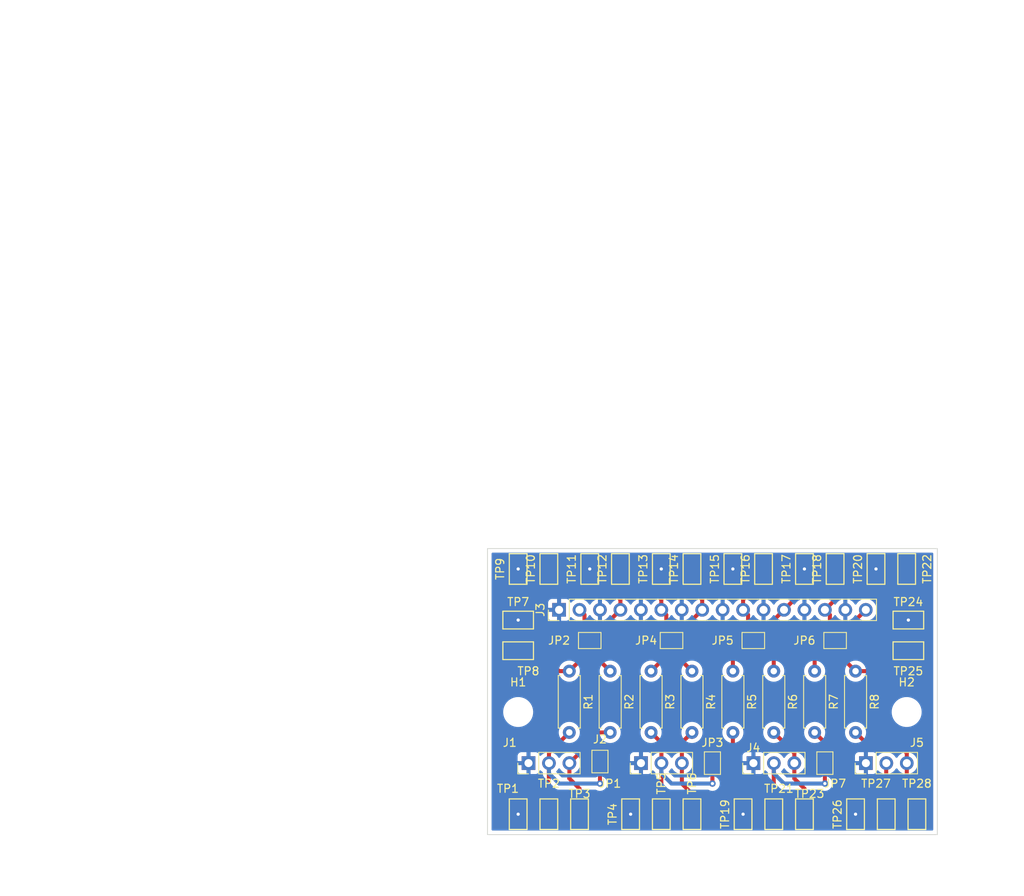
<source format=kicad_pcb>
(kicad_pcb (version 20211014) (generator pcbnew)
  (layers (0 "F.Cu" signal) (31 "B.Cu" signal) (34 "B.Paste" user) (35 "F.Paste" user) (36 "B.SilkS" user "B.Silkscreen") (37 "F.SilkS" user "F.Silkscreen") (38 "B.Mask" user) (39 "F.Mask" user) (44 "Edge.Cuts" user))
  (net 0 "")
  (net 1 "VCC")
  (net 2 "Net-(JP1-Pad2)")
  (net 3 "Net-(J1-Pad3)")
  (net 4 "Net-(J2-Pad2)")
  (net 5 "Net-(J2-Pad3)")
  (net 6 "Net-(J3-Pad2)")
  (net 7 "Net-(J4-Pad2)")
  (net 8 "Net-(J4-Pad3)")
  (net 9 "Net-(J5-Pad2)")
  (net 10 "Net-(J5-Pad3)")
  (net 11 "Net-(J3-Pad4)")
  (net 12 "Net-(J3-Pad6)")
  (net 13 "Net-(J3-Pad8)")
  (net 14 "Net-(J3-Pad10)")
  (net 15 "Net-(J3-Pad12)")
  (net 16 "Net-(J3-Pad14)")
  (net 17 "Net-(J3-Pad16)")
  (footprint "Resistor_THT:R_Axial_DIN0207_L6.3mm_D2.5mm_P7.62mm_Horizontal" (layer "F.Cu") (at 157.48 90.17 -90)
    (fp_text reference "R7" (at 3.81 -2.37 90) (layer "F.SilkS"))
    (fp_text value " ")
    (fp_line (start 0.54 -1.37) (end 7.08 -1.37) (layer "F.SilkS") (width 0.12))
    (fp_line (start 0.54 -1.04) (end 0.54 -1.37) (layer "F.SilkS") (width 0.12))
    (fp_line (start 0.54 1.04) (end 0.54 1.37) (layer "F.SilkS") (width 0.12))
    (fp_line (start 0.54 1.37) (end 7.08 1.37) (layer "F.SilkS") (width 0.12))
    (fp_line (start 7.08 -1.37) (end 7.08 -1.04) (layer "F.SilkS") (width 0.12))
    (fp_line (start 7.08 1.37) (end 7.08 1.04) (layer "F.SilkS") (width 0.12))
    (pad "1" thru_hole circle (at 0 0 270) (size 1.6 1.6) (drill 0.8) (layers *.Cu *.Mask) (net 16 "Net-(J3-Pad14)"))
    (pad "2" thru_hole oval (at 7.62 0 270) (size 1.6 1.6) (drill 0.8) (layers *.Cu *.Mask) (net 9 "Net-(J5-Pad2)"))
  )
  (footprint "TestPoint:TestPoint_Keystone_5015_Micro-Minature" (layer "F.Cu") (at 120.65 107.95 90)
    (fp_text reference "TP1" (at 3.175 -1.27 180) (layer "F.SilkS"))
    (fp_text value " ")
    (fp_line (start 1.9 1.1) (end -1.9 1.1) (layer "F.SilkS") (width 0.15))
    (fp_line (start -1.9 -1.1) (end 1.9 -1.1) (layer "F.SilkS") (width 0.15))
    (fp_line (start -1.9 1.1) (end -1.9 -1.1) (layer "F.SilkS") (width 0.15))
    (fp_line (start 1.9 -1.1) (end 1.9 1.1) (layer "F.SilkS") (width 0.15))
    (pad "1" smd rect (at 0 0 90) (size 3.4 1.8) (layers "F.Cu" "F.Paste" "F.Mask") (net 1 "VCC"))
  )
  (footprint "Jumper:SolderJumper-2_P1.3mm_Open_Pad1.0x1.5mm" (layer "F.Cu") (at 158.75 101.6 -90)
    (fp_text reference "JP7" (at 2.54 -1.27 -180) (layer "F.SilkS"))
    (fp_text value " ")
    (fp_line (start 1.4 -1) (end 1.4 1) (layer "F.SilkS") (width 0.12))
    (fp_line (start -1.4 -1) (end 1.4 -1) (layer "F.SilkS") (width 0.12))
    (fp_line (start 1.4 1) (end -1.4 1) (layer "F.SilkS") (width 0.12))
    (fp_line (start -1.4 1) (end -1.4 -1) (layer "F.SilkS") (width 0.12))
    (pad "1" smd rect (at -0.65 0 270) (size 1 1.5) (layers "F.Cu" "F.Mask") (net 9 "Net-(J5-Pad2)"))
    (pad "2" smd rect (at 0.65 0 270) (size 1 1.5) (layers "F.Cu" "F.Mask") (net 7 "Net-(J4-Pad2)"))
  )
  (footprint "TestPoint:TestPoint_Keystone_5015_Micro-Minature" (layer "F.Cu") (at 165.1 77.47 90)
    (fp_text reference "TP20" (at 0 -2.25 90) (layer "F.SilkS"))
    (fp_text value " ")
    (fp_line (start -1.9 -1.1) (end 1.9 -1.1) (layer "F.SilkS") (width 0.15))
    (fp_line (start -1.9 1.1) (end -1.9 -1.1) (layer "F.SilkS") (width 0.15))
    (fp_line (start 1.9 1.1) (end -1.9 1.1) (layer "F.SilkS") (width 0.15))
    (fp_line (start 1.9 -1.1) (end 1.9 1.1) (layer "F.SilkS") (width 0.15))
    (pad "1" smd rect (at 0 0 90) (size 3.4 1.8) (layers "F.Cu" "F.Paste" "F.Mask") (net 1 "VCC"))
  )
  (footprint "TestPoint:TestPoint_Keystone_5015_Micro-Minature" (layer "F.Cu") (at 160.02 77.47 90)
    (fp_text reference "TP18" (at 0 -2.25 90) (layer "F.SilkS"))
    (fp_text value " ")
    (fp_line (start 1.9 -1.1) (end 1.9 1.1) (layer "F.SilkS") (width 0.15))
    (fp_line (start -1.9 -1.1) (end 1.9 -1.1) (layer "F.SilkS") (width 0.15))
    (fp_line (start -1.9 1.1) (end -1.9 -1.1) (layer "F.SilkS") (width 0.15))
    (fp_line (start 1.9 1.1) (end -1.9 1.1) (layer "F.SilkS") (width 0.15))
    (pad "1" smd rect (at 0 0 90) (size 3.4 1.8) (layers "F.Cu" "F.Paste" "F.Mask") (net 15 "Net-(J3-Pad12)"))
  )
  (footprint "TestPoint:TestPoint_Keystone_5015_Micro-Minature" (layer "F.Cu") (at 124.46 107.95 90)
    (fp_text reference "TP2" (at 3.81 0 180) (layer "F.SilkS"))
    (fp_text value " ")
    (fp_line (start 1.9 -1.1) (end 1.9 1.1) (layer "F.SilkS") (width 0.15))
    (fp_line (start -1.9 1.1) (end -1.9 -1.1) (layer "F.SilkS") (width 0.15))
    (fp_line (start 1.9 1.1) (end -1.9 1.1) (layer "F.SilkS") (width 0.15))
    (fp_line (start -1.9 -1.1) (end 1.9 -1.1) (layer "F.SilkS") (width 0.15))
    (pad "1" smd rect (at 0 0 90) (size 3.4 1.8) (layers "F.Cu" "F.Paste" "F.Mask") (net 2 "Net-(JP1-Pad2)"))
  )
  (footprint "TestPoint:TestPoint_Keystone_5015_Micro-Minature" (layer "F.Cu") (at 148.59 107.95 90)
    (fp_text reference "TP19" (at 0 -2.25 90) (layer "F.SilkS"))
    (fp_text value " ")
    (fp_line (start -1.9 1.1) (end -1.9 -1.1) (layer "F.SilkS") (width 0.15))
    (fp_line (start 1.9 -1.1) (end 1.9 1.1) (layer "F.SilkS") (width 0.15))
    (fp_line (start -1.9 -1.1) (end 1.9 -1.1) (layer "F.SilkS") (width 0.15))
    (fp_line (start 1.9 1.1) (end -1.9 1.1) (layer "F.SilkS") (width 0.15))
    (pad "1" smd rect (at 0 0 90) (size 3.4 1.8) (layers "F.Cu" "F.Paste" "F.Mask") (net 1 "VCC"))
  )
  (footprint "TestPoint:TestPoint_Keystone_5015_Micro-Minature" (layer "F.Cu") (at 166.37 107.95 90)
    (fp_text reference "TP27" (at 3.81 -1.27 180) (layer "F.SilkS"))
    (fp_text value " ")
    (fp_line (start -1.9 1.1) (end -1.9 -1.1) (layer "F.SilkS") (width 0.15))
    (fp_line (start 1.9 -1.1) (end 1.9 1.1) (layer "F.SilkS") (width 0.15))
    (fp_line (start -1.9 -1.1) (end 1.9 -1.1) (layer "F.SilkS") (width 0.15))
    (fp_line (start 1.9 1.1) (end -1.9 1.1) (layer "F.SilkS") (width 0.15))
    (pad "1" smd rect (at 0 0 90) (size 3.4 1.8) (layers "F.Cu" "F.Paste" "F.Mask") (net 9 "Net-(J5-Pad2)"))
  )
  (footprint "TestPoint:TestPoint_Keystone_5015_Micro-Minature" (layer "F.Cu") (at 156.21 77.47 90)
    (fp_text reference "TP17" (at 0 -2.25 90) (layer "F.SilkS"))
    (fp_text value " ")
    (fp_line (start 1.9 1.1) (end -1.9 1.1) (layer "F.SilkS") (width 0.15))
    (fp_line (start 1.9 -1.1) (end 1.9 1.1) (layer "F.SilkS") (width 0.15))
    (fp_line (start -1.9 1.1) (end -1.9 -1.1) (layer "F.SilkS") (width 0.15))
    (fp_line (start -1.9 -1.1) (end 1.9 -1.1) (layer "F.SilkS") (width 0.15))
    (pad "1" smd rect (at 0 0 90) (size 3.4 1.8) (layers "F.Cu" "F.Paste" "F.Mask") (net 1 "VCC"))
  )
  (footprint "Resistor_THT:R_Axial_DIN0207_L6.3mm_D2.5mm_P7.62mm_Horizontal" (layer "F.Cu") (at 137.16 90.17 -90)
    (fp_text reference "R3" (at 3.81 -2.37 90) (layer "F.SilkS"))
    (fp_text value " ")
    (fp_line (start 0.54 1.37) (end 7.08 1.37) (layer "F.SilkS") (width 0.12))
    (fp_line (start 7.08 1.37) (end 7.08 1.04) (layer "F.SilkS") (width 0.12))
    (fp_line (start 0.54 -1.37) (end 7.08 -1.37) (layer "F.SilkS") (width 0.12))
    (fp_line (start 0.54 -1.04) (end 0.54 -1.37) (layer "F.SilkS") (width 0.12))
    (fp_line (start 0.54 1.04) (end 0.54 1.37) (layer "F.SilkS") (width 0.12))
    (fp_line (start 7.08 -1.37) (end 7.08 -1.04) (layer "F.SilkS") (width 0.12))
    (pad "1" thru_hole circle (at 0 0 270) (size 1.6 1.6) (drill 0.8) (layers *.Cu *.Mask) (net 12 "Net-(J3-Pad6)"))
    (pad "2" thru_hole oval (at 7.62 0 270) (size 1.6 1.6) (drill 0.8) (layers *.Cu *.Mask) (net 4 "Net-(J2-Pad2)"))
  )
  (footprint "Connector_PinHeader_2.54mm:PinHeader_1x03_P2.54mm_Vertical" (layer "F.Cu") (at 121.935 101.6 90)
    (fp_text reference "J1" (at 2.54 -2.33 180) (layer "F.SilkS"))
    (fp_text value " ")
    (fp_line (start -1.33 1.27) (end 1.33 1.27) (layer "F.SilkS") (width 0.12))
    (fp_line (start -1.33 0) (end -1.33 -1.33) (layer "F.SilkS") (width 0.12))
    (fp_line (start -1.33 6.41) (end 1.33 6.41) (layer "F.SilkS") (width 0.12))
    (fp_line (start 1.33 1.27) (end 1.33 6.41) (layer "F.SilkS") (width 0.12))
    (fp_line (start -1.33 1.27) (end -1.33 6.41) (layer "F.SilkS") (width 0.12))
    (fp_line (start -1.33 -1.33) (end 0 -1.33) (layer "F.SilkS") (width 0.12))
    (pad "1" thru_hole rect (at 0 0 90) (size 1.7 1.7) (drill 1) (layers *.Cu *.Mask) (net 1 "VCC"))
    (pad "2" thru_hole oval (at 0 2.54 90) (size 1.7 1.7) (drill 1) (layers *.Cu *.Mask) (net 2 "Net-(JP1-Pad2)"))
    (pad "3" thru_hole oval (at 0 5.08 90) (size 1.7 1.7) (drill 1) (layers *.Cu *.Mask) (net 3 "Net-(J1-Pad3)"))
  )
  (footprint "Jumper:SolderJumper-2_P1.3mm_Open_Pad1.0x1.5mm" (layer "F.Cu") (at 149.86 86.36)
    (fp_text reference "JP5" (at -3.81 0) (layer "F.SilkS"))
    (fp_text value " ")
    (fp_line (start -1.4 -1) (end 1.4 -1) (layer "F.SilkS") (width 0.12))
    (fp_line (start 1.4 -1) (end 1.4 1) (layer "F.SilkS") (width 0.12))
    (fp_line (start 1.4 1) (end -1.4 1) (layer "F.SilkS") (width 0.12))
    (fp_line (start -1.4 1) (end -1.4 -1) (layer "F.SilkS") (width 0.12))
    (pad "1" smd rect (at -0.65 0) (size 1 1.5) (layers "F.Cu" "F.Mask") (net 14 "Net-(J3-Pad10)"))
    (pad "2" smd rect (at 0.65 0) (size 1 1.5) (layers "F.Cu" "F.Mask") (net 15 "Net-(J3-Pad12)"))
  )
  (footprint "TestPoint:TestPoint_Keystone_5015_Micro-Minature" (layer "F.Cu") (at 162.56 107.95 90)
    (fp_text reference "TP26" (at 0 -2.25 90) (layer "F.SilkS"))
    (fp_text value " ")
    (fp_line (start -1.9 -1.1) (end 1.9 -1.1) (layer "F.SilkS") (width 0.15))
    (fp_line (start 1.9 -1.1) (end 1.9 1.1) (layer "F.SilkS") (width 0.15))
    (fp_line (start 1.9 1.1) (end -1.9 1.1) (layer "F.SilkS") (width 0.15))
    (fp_line (start -1.9 1.1) (end -1.9 -1.1) (layer "F.SilkS") (width 0.15))
    (pad "1" smd rect (at 0 0 90) (size 3.4 1.8) (layers "F.Cu" "F.Paste" "F.Mask") (net 1 "VCC"))
  )
  (footprint "TestPoint:TestPoint_Keystone_5015_Micro-Minature" (layer "F.Cu") (at 133.35 77.47 90)
    (fp_text reference "TP12" (at 0 -2.25 90) (layer "F.SilkS"))
    (fp_text value " ")
    (fp_line (start -1.9 -1.1) (end 1.9 -1.1) (layer "F.SilkS") (width 0.15))
    (fp_line (start -1.9 1.1) (end -1.9 -1.1) (layer "F.SilkS") (width 0.15))
    (fp_line (start 1.9 -1.1) (end 1.9 1.1) (layer "F.SilkS") (width 0.15))
    (fp_line (start 1.9 1.1) (end -1.9 1.1) (layer "F.SilkS") (width 0.15))
    (pad "1" smd rect (at 0 0 90) (size 3.4 1.8) (layers "F.Cu" "F.Paste" "F.Mask") (net 12 "Net-(J3-Pad6)"))
  )
  (footprint "Jumper:SolderJumper-2_P1.3mm_Open_Pad1.0x1.5mm" (layer "F.Cu") (at 144.78 101.6 -90)
    (fp_text reference "JP3" (at -2.54 0 180) (layer "F.SilkS"))
    (fp_text value " ")
    (fp_line (start -1.4 -1) (end 1.4 -1) (layer "F.SilkS") (width 0.12))
    (fp_line (start -1.4 1) (end -1.4 -1) (layer "F.SilkS") (width 0.12))
    (fp_line (start 1.4 1) (end -1.4 1) (layer "F.SilkS") (width 0.12))
    (fp_line (start 1.4 -1) (end 1.4 1) (layer "F.SilkS") (width 0.12))
    (pad "1" smd rect (at -0.65 0 270) (size 1 1.5) (layers "F.Cu" "F.Mask") (net 7 "Net-(J4-Pad2)"))
    (pad "2" smd rect (at 0.65 0 270) (size 1 1.5) (layers "F.Cu" "F.Mask") (net 4 "Net-(J2-Pad2)"))
  )
  (footprint "Jumper:SolderJumper-2_P1.3mm_Open_Pad1.0x1.5mm" (layer "F.Cu") (at 139.7 86.36)
    (fp_text reference "JP4" (at -3.16 0) (layer "F.SilkS"))
    (fp_text value " ")
    (fp_line (start -1.4 -1) (end 1.4 -1) (layer "F.SilkS") (width 0.12))
    (fp_line (start -1.4 1) (end -1.4 -1) (layer "F.SilkS") (width 0.12))
    (fp_line (start 1.4 -1) (end 1.4 1) (layer "F.SilkS") (width 0.12))
    (fp_line (start 1.4 1) (end -1.4 1) (layer "F.SilkS") (width 0.12))
    (pad "1" smd rect (at -0.65 0) (size 1 1.5) (layers "F.Cu" "F.Mask") (net 12 "Net-(J3-Pad6)"))
    (pad "2" smd rect (at 0.65 0) (size 1 1.5) (layers "F.Cu" "F.Mask") (net 13 "Net-(J3-Pad8)"))
  )
  (footprint "Jumper:SolderJumper-2_P1.3mm_Open_Pad1.0x1.5mm" (layer "F.Cu") (at 130.81 101.405 -90)
    (fp_text reference "JP1" (at 2.735 -1.27 -180) (layer "F.SilkS"))
    (fp_text value " ")
    (fp_line (start 1.4 -1) (end 1.4 1) (layer "F.SilkS") (width 0.12))
    (fp_line (start -1.4 -1) (end 1.4 -1) (layer "F.SilkS") (width 0.12))
    (fp_line (start 1.4 1) (end -1.4 1) (layer "F.SilkS") (width 0.12))
    (fp_line (start -1.4 1) (end -1.4 -1) (layer "F.SilkS") (width 0.12))
    (pad "1" smd rect (at -0.65 0 270) (size 1 1.5) (layers "F.Cu" "F.Mask") (net 4 "Net-(J2-Pad2)"))
    (pad "2" smd rect (at 0.65 0 270) (size 1 1.5) (layers "F.Cu" "F.Mask") (net 2 "Net-(JP1-Pad2)"))
  )
  (footprint "TestPoint:TestPoint_Keystone_5015_Micro-Minature" (layer "F.Cu") (at 169.12 87.63)
    (fp_text reference "TP25" (at 0 2.54) (layer "F.SilkS"))
    (fp_text value " ")
    (fp_line (start 1.9 -1.1) (end 1.9 1.1) (layer "F.SilkS") (width 0.15))
    (fp_line (start -1.9 -1.1) (end 1.9 -1.1) (layer "F.SilkS") (width 0.15))
    (fp_line (start -1.9 1.1) (end -1.9 -1.1) (layer "F.SilkS") (width 0.15))
    (fp_line (start 1.9 1.1) (end -1.9 1.1) (layer "F.SilkS") (width 0.15))
    (pad "1" smd rect (at 0 0) (size 3.4 1.8) (layers "F.Cu" "F.Paste" "F.Mask") (net 17 "Net-(J3-Pad16)"))
  )
  (footprint "Resistor_THT:R_Axial_DIN0207_L6.3mm_D2.5mm_P7.62mm_Horizontal" (layer "F.Cu") (at 127 90.17 -90)
    (fp_text reference "R1" (at 3.81 -2.37 90) (layer "F.SilkS"))
    (fp_text value " ")
    (fp_line (start 0.54 -1.37) (end 7.08 -1.37) (layer "F.SilkS") (width 0.12))
    (fp_line (start 0.54 -1.04) (end 0.54 -1.37) (layer "F.SilkS") (width 0.12))
    (fp_line (start 0.54 1.04) (end 0.54 1.37) (layer "F.SilkS") (width 0.12))
    (fp_line (start 7.08 -1.37) (end 7.08 -1.04) (layer "F.SilkS") (width 0.12))
    (fp_line (start 0.54 1.37) (end 7.08 1.37) (layer "F.SilkS") (width 0.12))
    (fp_line (start 7.08 1.37) (end 7.08 1.04) (layer "F.SilkS") (width 0.12))
    (pad "1" thru_hole circle (at 0 0 270) (size 1.6 1.6) (drill 0.8) (layers *.Cu *.Mask) (net 6 "Net-(J3-Pad2)"))
    (pad "2" thru_hole oval (at 7.62 0 270) (size 1.6 1.6) (drill 0.8) (layers *.Cu *.Mask) (net 2 "Net-(JP1-Pad2)"))
  )
  (footprint "TestPoint:TestPoint_Keystone_5015_Micro-Minature" (layer "F.Cu") (at 152.4 107.95 90)
    (fp_text reference "TP21" (at 3.175 0.635 180) (layer "F.SilkS"))
    (fp_text value " ")
    (fp_line (start 1.9 1.1) (end -1.9 1.1) (layer "F.SilkS") (width 0.15))
    (fp_line (start -1.9 -1.1) (end 1.9 -1.1) (layer "F.SilkS") (width 0.15))
    (fp_line (start -1.9 1.1) (end -1.9 -1.1) (layer "F.SilkS") (width 0.15))
    (fp_line (start 1.9 -1.1) (end 1.9 1.1) (layer "F.SilkS") (width 0.15))
    (pad "1" smd rect (at 0 0 90) (size 3.4 1.8) (layers "F.Cu" "F.Paste" "F.Mask") (net 7 "Net-(J4-Pad2)"))
  )
  (footprint "TestPoint:TestPoint_Keystone_5015_Micro-Minature" (layer "F.Cu") (at 120.65 83.82)
    (fp_text reference "TP7" (at 0 -2.25) (layer "F.SilkS"))
    (fp_text value " ")
    (fp_line (start 1.9 1.1) (end -1.9 1.1) (layer "F.SilkS") (width 0.15))
    (fp_line (start 1.9 -1.1) (end 1.9 1.1) (layer "F.SilkS") (width 0.15))
    (fp_line (start -1.9 -1.1) (end 1.9 -1.1) (layer "F.SilkS") (width 0.15))
    (fp_line (start -1.9 1.1) (end -1.9 -1.1) (layer "F.SilkS") (width 0.15))
    (pad "1" smd rect (at 0 0) (size 3.4 1.8) (layers "F.Cu" "F.Paste" "F.Mask") (net 1 "VCC"))
  )
  (footprint "TestPoint:TestPoint_Keystone_5015_Micro-Minature" (layer "F.Cu") (at 129.54 77.47 90)
    (fp_text reference "TP11" (at 0 -2.25 90) (layer "F.SilkS"))
    (fp_text value " ")
    (fp_line (start 1.9 -1.1) (end 1.9 1.1) (layer "F.SilkS") (width 0.15))
    (fp_line (start -1.9 1.1) (end -1.9 -1.1) (layer "F.SilkS") (width 0.15))
    (fp_line (start 1.9 1.1) (end -1.9 1.1) (layer "F.SilkS") (width 0.15))
    (fp_line (start -1.9 -1.1) (end 1.9 -1.1) (layer "F.SilkS") (width 0.15))
    (pad "1" smd rect (at 0 0 90) (size 3.4 1.8) (layers "F.Cu" "F.Paste" "F.Mask") (net 1 "VCC"))
  )
  (footprint "TestPoint:TestPoint_Keystone_5015_Micro-Minature" (layer "F.Cu") (at 134.62 107.95 90)
    (fp_text reference "TP4" (at 0 -2.25 90) (layer "F.SilkS"))
    (fp_text value " ")
    (fp_line (start 1.9 -1.1) (end 1.9 1.1) (layer "F.SilkS") (width 0.15))
    (fp_line (start 1.9 1.1) (end -1.9 1.1) (layer "F.SilkS") (width 0.15))
    (fp_line (start -1.9 -1.1) (end 1.9 -1.1) (layer "F.SilkS") (width 0.15))
    (fp_line (start -1.9 1.1) (end -1.9 -1.1) (layer "F.SilkS") (width 0.15))
    (pad "1" smd rect (at 0 0 90) (size 3.4 1.8) (layers "F.Cu" "F.Paste" "F.Mask") (net 1 "VCC"))
  )
  (footprint "TestPoint:TestPoint_Keystone_5015_Micro-Minature" (layer "F.Cu") (at 169.12 83.82)
    (fp_text reference "TP24" (at 0 -2.25) (layer "F.SilkS"))
    (fp_text value " ")
    (fp_line (start -1.9 -1.1) (end 1.9 -1.1) (layer "F.SilkS") (width 0.15))
    (fp_line (start 1.9 1.1) (end -1.9 1.1) (layer "F.SilkS") (width 0.15))
    (fp_line (start -1.9 1.1) (end -1.9 -1.1) (layer "F.SilkS") (width 0.15))
    (fp_line (start 1.9 -1.1) (end 1.9 1.1) (layer "F.SilkS") (width 0.15))
    (pad "1" smd rect (at 0 0) (size 3.4 1.8) (layers "F.Cu" "F.Paste" "F.Mask") (net 1 "VCC"))
  )
  (footprint "Connector_PinHeader_2.54mm:PinHeader_1x03_P2.54mm_Vertical" (layer "F.Cu") (at 149.875 101.6 90)
    (fp_text reference "J4" (at 1.905 -0.015 180) (layer "F.SilkS"))
    (fp_text value " ")
    (fp_line (start -1.33 1.27) (end -1.33 6.41) (layer "F.SilkS") (width 0.12))
    (fp_line (start -1.33 -1.33) (end 0 -1.33) (layer "F.SilkS") (width 0.12))
    (fp_line (start -1.33 1.27) (end 1.33 1.27) (layer "F.SilkS") (width 0.12))
    (fp_line (start 1.33 1.27) (end 1.33 6.41) (layer "F.SilkS") (width 0.12))
    (fp_line (start -1.33 0) (end -1.33 -1.33) (layer "F.SilkS") (width 0.12))
    (fp_line (start -1.33 6.41) (end 1.33 6.41) (layer "F.SilkS") (width 0.12))
    (pad "1" thru_hole rect (at 0 0 90) (size 1.7 1.7) (drill 1) (layers *.Cu *.Mask) (net 1 "VCC"))
    (pad "2" thru_hole oval (at 0 2.54 90) (size 1.7 1.7) (drill 1) (layers *.Cu *.Mask) (net 7 "Net-(J4-Pad2)"))
    (pad "3" thru_hole oval (at 0 5.08 90) (size 1.7 1.7) (drill 1) (layers *.Cu *.Mask) (net 8 "Net-(J4-Pad3)"))
  )
  (footprint "Jumper:SolderJumper-2_P1.3mm_Open_Pad1.0x1.5mm" (layer "F.Cu") (at 129.54 86.36)
    (fp_text reference "JP2" (at -3.81 0) (layer "F.SilkS"))
    (fp_text value " ")
    (fp_line (start -1.4 -1) (end 1.4 -1) (layer "F.SilkS") (width 0.12))
    (fp_line (start 1.4 -1) (end 1.4 1) (layer "F.SilkS") (width 0.12))
    (fp_line (start 1.4 1) (end -1.4 1) (layer "F.SilkS") (width 0.12))
    (fp_line (start -1.4 1) (end -1.4 -1) (layer "F.SilkS") (width 0.12))
    (pad "1" smd rect (at -0.65 0) (size 1 1.5) (layers "F.Cu" "F.Mask") (net 6 "Net-(J3-Pad2)"))
    (pad "2" smd rect (at 0.65 0) (size 1 1.5) (layers "F.Cu" "F.Mask") (net 11 "Net-(J3-Pad4)"))
  )
  (footprint "TestPoint:TestPoint_Keystone_5015_Micro-Minature" (layer "F.Cu") (at 151.13 77.47 90)
    (fp_text reference "TP16" (at 0 -2.25 90) (layer "F.SilkS"))
    (fp_text value " ")
    (fp_line (start -1.9 1.1) (end -1.9 -1.1) (layer "F.SilkS") (width 0.15))
    (fp_line (start 1.9 -1.1) (end 1.9 1.1) (layer "F.SilkS") (width 0.15))
    (fp_line (start -1.9 -1.1) (end 1.9 -1.1) (layer "F.SilkS") (width 0.15))
    (fp_line (start 1.9 1.1) (end -1.9 1.1) (layer "F.SilkS") (width 0.15))
    (pad "1" smd rect (at 0 0 90) (size 3.4 1.8) (layers "F.Cu" "F.Paste" "F.Mask") (net 14 "Net-(J3-Pad10)"))
  )
  (footprint "MountingHole:MountingHole_2.7mm_M2.5" (layer "F.Cu") (at 120.65 95.25)
    (fp_text reference "H1" (at 0 -3.7) (layer "F.SilkS"))
    (fp_text value " ")
    (pad "" np_thru_hole circle (at 0 0) (size 2.7 2.7) (drill 2.7) (layers *.Cu *.Mask))
  )
  (footprint "TestPoint:TestPoint_Keystone_5015_Micro-Minature" (layer "F.Cu") (at 168.91 77.47 90)
    (fp_text reference "TP22" (at 0 2.54 90) (layer "F.SilkS"))
    (fp_text value " ")
    (fp_line (start -1.9 -1.1) (end 1.9 -1.1) (layer "F.SilkS") (width 0.15))
    (fp_line (start 1.9 1.1) (end -1.9 1.1) (layer "F.SilkS") (width 0.15))
    (fp_line (start -1.9 1.1) (end -1.9 -1.1) (layer "F.SilkS") (width 0.15))
    (fp_line (start 1.9 -1.1) (end 1.9 1.1) (layer "F.SilkS") (width 0.15))
    (pad "1" smd rect (at 0 0 90) (size 3.4 1.8) (layers "F.Cu" "F.Paste" "F.Mask") (net 16 "Net-(J3-Pad14)"))
  )
  (footprint "TestPoint:TestPoint_Keystone_5015_Micro-Minature" (layer "F.Cu") (at 138.43 77.47 90)
    (fp_text reference "TP13" (at 0 -2.25 90) (layer "F.SilkS"))
    (fp_text value " ")
    (fp_line (start -1.9 1.1) (end -1.9 -1.1) (layer "F.SilkS") (width 0.15))
    (fp_line (start -1.9 -1.1) (end 1.9 -1.1) (layer "F.SilkS") (width 0.15))
    (fp_line (start 1.9 1.1) (end -1.9 1.1) (layer "F.SilkS") (width 0.15))
    (fp_line (start 1.9 -1.1) (end 1.9 1.1) (layer "F.SilkS") (width 0.15))
    (pad "1" smd rect (at 0 0 90) (size 3.4 1.8) (layers "F.Cu" "F.Paste" "F.Mask") (net 1 "VCC"))
  )
  (footprint "TestPoint:TestPoint_Keystone_5015_Micro-Minature" (layer "F.Cu") (at 120.65 87.63)
    (fp_text reference "TP8" (at 1.27 2.54) (layer "F.SilkS"))
    (fp_text value " ")
    (fp_line (start 1.9 1.1) (end -1.9 1.1) (layer "F.SilkS") (width 0.15))
    (fp_line (start -1.9 -1.1) (end 1.9 -1.1) (layer "F.SilkS") (width 0.15))
    (fp_line (start 1.9 -1.1) (end 1.9 1.1) (layer "F.SilkS") (width 0.15))
    (fp_line (start -1.9 1.1) (end -1.9 -1.1) (layer "F.SilkS") (width 0.15))
    (pad "1" smd rect (at 0 0) (size 3.4 1.8) (layers "F.Cu" "F.Paste" "F.Mask") (net 6 "Net-(J3-Pad2)"))
  )
  (footprint "Resistor_THT:R_Axial_DIN0207_L6.3mm_D2.5mm_P7.62mm_Horizontal" (layer "F.Cu") (at 132.08 90.17 -90)
    (fp_text reference "R2" (at 3.81 -2.37 90) (layer "F.SilkS"))
    (fp_text value " ")
    (fp_line (start 0.54 1.37) (end 7.08 1.37) (layer "F.SilkS") (width 0.12))
    (fp_line (start 0.54 1.04) (end 0.54 1.37) (layer "F.SilkS") (width 0.12))
    (fp_line (start 0.54 -1.04) (end 0.54 -1.37) (layer "F.SilkS") (width 0.12))
    (fp_line (start 7.08 1.37) (end 7.08 1.04) (layer "F.SilkS") (width 0.12))
    (fp_line (start 7.08 -1.37) (end 7.08 -1.04) (layer "F.SilkS") (width 0.12))
    (fp_line (start 0.54 -1.37) (end 7.08 -1.37) (layer "F.SilkS") (width 0.12))
    (pad "1" thru_hole circle (at 0 0 270) (size 1.6 1.6) (drill 0.8) (layers *.Cu *.Mask) (net 11 "Net-(J3-Pad4)"))
    (pad "2" thru_hole oval (at 7.62 0 270) (size 1.6 1.6) (drill 0.8) (layers *.Cu *.Mask) (net 3 "Net-(J1-Pad3)"))
  )
  (footprint "Connector_PinHeader_2.54mm:PinHeader_1x03_P2.54mm_Vertical" (layer "F.Cu") (at 135.905 101.6 90)
    (fp_text reference "J2" (at 2.96 -5.095 180) (layer "F.SilkS"))
    (fp_text value " ")
    (fp_line (start -1.33 0) (end -1.33 -1.33) (layer "F.SilkS") (width 0.12))
    (fp_line (start -1.33 -1.33) (end 0 -1.33) (layer "F.SilkS") (width 0.12))
    (fp_line (start 1.33 1.27) (end 1.33 6.41) (layer "F.SilkS") (width 0.12))
    (fp_line (start -1.33 1.27) (end -1.33 6.41) (layer "F.SilkS") (width 0.12))
    (fp_line (start -1.33 6.41) (end 1.33 6.41) (layer "F.SilkS") (width 0.12))
    (fp_line (start -1.33 1.27) (end 1.33 1.27) (layer "F.SilkS") (width 0.12))
    (pad "1" thru_hole rect (at 0 0 90) (size 1.7 1.7) (drill 1) (layers *.Cu *.Mask) (net 1 "VCC"))
    (pad "2" thru_hole oval (at 0 2.54 90) (size 1.7 1.7) (drill 1) (layers *.Cu *.Mask) (net 4 "Net-(J2-Pad2)"))
    (pad "3" thru_hole oval (at 0 5.08 90) (size 1.7 1.7) (drill 1) (layers *.Cu *.Mask) (net 5 "Net-(J2-Pad3)"))
  )
  (footprint "Resistor_THT:R_Axial_DIN0207_L6.3mm_D2.5mm_P7.62mm_Horizontal" (layer "F.Cu") (at 162.56 90.17 -90)
    (fp_text reference "R8" (at 3.81 -2.37 90) (layer "F.SilkS"))
    (fp_text value " ")
    (fp_line (start 0.54 1.37) (end 7.08 1.37) (layer "F.SilkS") (width 0.12))
    (fp_line (start 0.54 -1.37) (end 7.08 -1.37) (layer "F.SilkS") (width 0.12))
    (fp_line (start 0.54 -1.04) (end 0.54 -1.37) (layer "F.SilkS") (width 0.12))
    (fp_line (start 7.08 -1.37) (end 7.08 -1.04) (layer "F.SilkS") (width 0.12))
    (fp_line (start 0.54 1.04) (end 0.54 1.37) (layer "F.SilkS") (width 0.12))
    (fp_line (start 7.08 1.37) (end 7.08 1.04) (layer "F.SilkS") (width 0.12))
    (pad "1" thru_hole circle (at 0 0 270) (size 1.6 1.6) (drill 0.8) (layers *.Cu *.Mask) (net 17 "Net-(J3-Pad16)"))
    (pad "2" thru_hole oval (at 7.62 0 270) (size 1.6 1.6) (drill 0.8) (layers *.Cu *.Mask) (net 10 "Net-(J5-Pad3)"))
  )
  (footprint "Connector_PinHeader_2.54mm:PinHeader_1x16_P2.54mm_Vertical" (layer "F.Cu") (at 125.73 82.55 90)
    (fp_text reference "J3" (at 0 -2.33 90) (layer "F.SilkS"))
    (fp_text value " ")
    (fp_line (start 1.33 1.27) (end 1.33 39.43) (layer "F.SilkS") (width 0.12))
    (fp_line (start -1.33 0) (end -1.33 -1.33) (layer "F.SilkS") (width 0.12))
    (fp_line (start -1.33 39.43) (end 1.33 39.43) (layer "F.SilkS") (width 0.12))
    (fp_line (start -1.33 -1.33) (end 0 -1.33) (layer "F.SilkS") (width 0.12))
    (fp_line (start -1.33 1.27) (end 1.33 1.27) (layer "F.SilkS") (width 0.12))
    (fp_line (start -1.33 1.27) (end -1.33 39.43) (layer "F.SilkS") (width 0.12))
    (pad "1" thru_hole rect (at 0 0 90) (size 1.7 1.7) (drill 1) (layers *.Cu *.Mask) (net 1 "VCC"))
    (pad "2" thru_hole oval (at 0 2.54 90) (size 1.7 1.7) (drill 1) (layers *.Cu *.Mask) (net 6 "Net-(J3-Pad2)"))
    (pad "3" thru_hole oval (at 0 5.08 90) (size 1.7 1.7) (drill 1) (layers *.Cu *.Mask) (net 1 "VCC"))
    (pad "4" thru_hole oval (at 0 7.62 90) (size 1.7 1.7) (drill 1) (layers *.Cu *.Mask) (net 11 "Net-(J3-Pad4)"))
    (pad "5" thru_hole oval (at 0 10.16 90) (size 1.7 1.7) (drill 1) (layers *.Cu *.Mask) (net 1 "VCC"))
    (pad "6" thru_hole oval (at 0 12.7 90) (size 1.7 1.7) (drill 1) (layers *.Cu *.Mask) (net 12 "Net-(J3-Pad6)"))
    (pad "7" thru_hole oval (at 0 15.24 90) (size 1.7 1.7) (drill 1) (layers *.Cu *.Mask) (net 1 "VCC"))
    (pad "8" thru_hole oval (at 0 17.78 90) (size 1.7 1.7) (drill 1) (layers *.Cu *.Mask) (net 13 "Net-(J3-Pad8)"))
    (pad "9" thru_hole oval (at 0 20.32 90) (size 1.7 1.7) (drill 1) (layers *.Cu *.Mask) (net 1 "VCC"))
    (pad "10" thru_hole oval (at 0 22.86 90) (size 1.7 1.7) (drill 1) (layers *.Cu *.Mask) (net 14 "Net-(J3-Pad10)"))
    (pad "11" thru_hole oval (at 0 25.4 90) (size 1.7 1.7) (drill 1) (layers *.Cu *.Mask) (net 1 "VCC"))
    (pad "12" thru_hole oval (at 0 27.94 90) (size 1.7 1.7) (drill 1) (layers *.Cu *.Mask) (net 15 "Net-(J3-Pad12)"))
    (pad "13" thru_hole oval (at 0 30.48 90) (size 1.7 1.7) (drill 1) (layers *.Cu *.Mask) (net 1 "VCC"))
    (pad "14" thru_hole oval (at 0 33.02 90) (size 1.7 1.7) (drill 1) (layers *.Cu *.Mask) (net 16 "Net-(J3-Pad14)"))
    (pad "15" thru_hole oval (at 0 35.56 90) (size 1.7 1.7) (drill 1) (layers *.Cu *.Mask) (net 1 "VCC"))
    (pad "16" thru_hole oval (at 0 38.1 90) (size 1.7 1.7) (drill 1) (layers *.Cu *.Mask) (net 17 "Net-(J3-Pad16)"))
  )
  (footprint "Resistor_THT:R_Axial_DIN0207_L6.3mm_D2.5mm_P7.62mm_Horizontal" (layer "F.Cu") (at 142.24 90.17 -90)
    (fp_text reference "R4" (at 3.81 -2.37 90) (layer "F.SilkS"))
    (fp_text value " ")
    (fp_line (start 0.54 1.37) (end 7.08 1.37) (layer "F.SilkS") (width 0.12))
    (fp_line (start 0.54 1.04) (end 0.54 1.37) (layer "F.SilkS") (width 0.12))
    (fp_line (start 7.08 1.37) (end 7.08 1.04) (layer "F.SilkS") (width 0.12))
    (fp_line (start 7.08 -1.37) (end 7.08 -1.04) (layer "F.SilkS") (width 0.12))
    (fp_line (start 0.54 -1.37) (end 7.08 -1.37) (layer "F.SilkS") (width 0.12))
    (fp_line (start 0.54 -1.04) (end 0.54 -1.37) (layer "F.SilkS") (width 0.12))
    (pad "1" thru_hole circle (at 0 0 270) (size 1.6 1.6) (drill 0.8) (layers *.Cu *.Mask) (net 13 "Net-(J3-Pad8)"))
    (pad "2" thru_hole oval (at 7.62 0 270) (size 1.6 1.6) (drill 0.8) (layers *.Cu *.Mask) (net 5 "Net-(J2-Pad3)"))
  )
  (footprint "Jumper:SolderJumper-2_P1.3mm_Open_Pad1.0x1.5mm" (layer "F.Cu") (at 160.02 86.36)
    (fp_text reference "JP6" (at -3.81 0) (layer "F.SilkS"))
    (fp_text value " ")
    (fp_line (start 1.4 -1) (end 1.4 1) (layer "F.SilkS") (width 0.12))
    (fp_line (start 1.4 1) (end -1.4 1) (layer "F.SilkS") (width 0.12))
    (fp_line (start -1.4 -1) (end 1.4 -1) (layer "F.SilkS") (width 0.12))
    (fp_line (start -1.4 1) (end -1.4 -1) (layer "F.SilkS") (width 0.12))
    (pad "1" smd rect (at -0.65 0) (size 1 1.5) (layers "F.Cu" "F.Mask") (net 16 "Net-(J3-Pad14)"))
    (pad "2" smd rect (at 0.65 0) (size 1 1.5) (layers "F.Cu" "F.Mask") (net 17 "Net-(J3-Pad16)"))
  )
  (footprint "Resistor_THT:R_Axial_DIN0207_L6.3mm_D2.5mm_P7.62mm_Horizontal" (layer "F.Cu") (at 147.32 90.17 -90)
    (fp_text reference "R5" (at 3.81 -2.37 90) (layer "F.SilkS"))
    (fp_text value " ")
    (fp_line (start 0.54 1.37) (end 7.08 1.37) (layer "F.SilkS") (width 0.12))
    (fp_line (start 7.08 1.37) (end 7.08 1.04) (layer "F.SilkS") (width 0.12))
    (fp_line (start 0.54 1.04) (end 0.54 1.37) (layer "F.SilkS") (width 0.12))
    (fp_line (start 0.54 -1.04) (end 0.54 -1.37) (layer "F.SilkS") (width 0.12))
    (fp_line (start 0.54 -1.37) (end 7.08 -1.37) (layer "F.SilkS") (width 0.12))
    (fp_line (start 7.08 -1.37) (end 7.08 -1.04) (layer "F.SilkS") (width 0.12))
    (pad "1" thru_hole circle (at 0 0 270) (size 1.6 1.6) (drill 0.8) (layers *.Cu *.Mask) (net 14 "Net-(J3-Pad10)"))
    (pad "2" thru_hole oval (at 7.62 0 270) (size 1.6 1.6) (drill 0.8) (layers *.Cu *.Mask) (net 7 "Net-(J4-Pad2)"))
  )
  (footprint "TestPoint:TestPoint_Keystone_5015_Micro-Minature" (layer "F.Cu") (at 147.32 77.47 90)
    (fp_text reference "TP15" (at 0 -2.25 90) (layer "F.SilkS"))
    (fp_text value " ")
    (fp_line (start -1.9 1.1) (end -1.9 -1.1) (layer "F.SilkS") (width 0.15))
    (fp_line (start 1.9 1.1) (end -1.9 1.1) (layer "F.SilkS") (width 0.15))
    (fp_line (start 1.9 -1.1) (end 1.9 1.1) (layer "F.SilkS") (width 0.15))
    (fp_line (start -1.9 -1.1) (end 1.9 -1.1) (layer "F.SilkS") (width 0.15))
    (pad "1" smd rect (at 0 0 90) (size 3.4 1.8) (layers "F.Cu" "F.Paste" "F.Mask") (net 1 "VCC"))
  )
  (footprint "TestPoint:TestPoint_Keystone_5015_Micro-Minature" (layer "F.Cu") (at 142.24 77.47 90)
    (fp_text reference "TP14" (at 0 -2.25 90) (layer "F.SilkS"))
    (fp_text value " ")
    (fp_line (start 1.9 1.1) (end -1.9 1.1) (layer "F.SilkS") (width 0.15))
    (fp_line (start 1.9 -1.1) (end 1.9 1.1) (layer "F.SilkS") (width 0.15))
    (fp_line (start -1.9 1.1) (end -1.9 -1.1) (layer "F.SilkS") (width 0.15))
    (fp_line (start -1.9 -1.1) (end 1.9 -1.1) (layer "F.SilkS") (width 0.15))
    (pad "1" smd rect (at 0 0 90) (size 3.4 1.8) (layers "F.Cu" "F.Paste" "F.Mask") (net 13 "Net-(J3-Pad8)"))
  )
  (footprint "Connector_PinHeader_2.54mm:PinHeader_1x03_P2.54mm_Vertical" (layer "F.Cu") (at 163.845 101.6 90)
    (fp_text reference "J5" (at 2.54 6.335 180) (layer "F.SilkS"))
    (fp_text value " ")
    (fp_line (start -1.33 -1.33) (end 0 -1.33) (layer "F.SilkS") (width 0.12))
    (fp_line (start -1.33 1.27) (end -1.33 6.41) (layer "F.SilkS") (width 0.12))
    (fp_line (start 1.33 1.27) (end 1.33 6.41) (layer "F.SilkS") (width 0.12))
    (fp_line (start -1.33 6.41) (end 1.33 6.41) (layer "F.SilkS") (width 0.12))
    (fp_line (start -1.33 1.27) (end 1.33 1.27) (layer "F.SilkS") (width 0.12))
    (fp_line (start -1.33 0) (end -1.33 -1.33) (layer "F.SilkS") (width 0.12))
    (pad "1" thru_hole rect (at 0 0 90) (size 1.7 1.7) (drill 1) (layers *.Cu *.Mask) (net 1 "VCC"))
    (pad "2" thru_hole oval (at 0 2.54 90) (size 1.7 1.7) (drill 1) (layers *.Cu *.Mask) (net 9 "Net-(J5-Pad2)"))
    (pad "3" thru_hole oval (at 0 5.08 90) (size 1.7 1.7) (drill 1) (layers *.Cu *.Mask) (net 10 "Net-(J5-Pad3)"))
  )
  (footprint "TestPoint:TestPoint_Keystone_5015_Micro-Minature" (layer "F.Cu") (at 170.18 107.95 90)
    (fp_text reference "TP28" (at 3.81 0 180) (layer "F.SilkS"))
    (fp_text value " ")
    (fp_line (start 1.9 1.1) (end -1.9 1.1) (layer "F.SilkS") (width 0.15))
    (fp_line (start -1.9 -1.1) (end 1.9 -1.1) (layer "F.SilkS") (width 0.15))
    (fp_line (start 1.9 -1.1) (end 1.9 1.1) (layer "F.SilkS") (width 0.15))
    (fp_line (start -1.9 1.1) (end -1.9 -1.1) (layer "F.SilkS") (width 0.15))
    (pad "1" smd rect (at 0 0 90) (size 3.4 1.8) (layers "F.Cu" "F.Paste" "F.Mask") (net 10 "Net-(J5-Pad3)"))
  )
  (footprint "Resistor_THT:R_Axial_DIN0207_L6.3mm_D2.5mm_P7.62mm_Horizontal" (layer "F.Cu") (at 152.4 90.17 -90)
    (fp_text reference "R6" (at 3.81 -2.37 90) (layer "F.SilkS"))
    (fp_text value " ")
    (fp_line (start 0.54 -1.37) (end 7.08 -1.37) (layer "F.SilkS") (width 0.12))
    (fp_line (start 0.54 1.04) (end 0.54 1.37) (layer "F.SilkS") (width 0.12))
    (fp_line (start 0.54 -1.04) (end 0.54 -1.37) (layer "F.SilkS") (width 0.12))
    (fp_line (start 7.08 1.37) (end 7.08 1.04) (layer "F.SilkS") (width 0.12))
    (fp_line (start 0.54 1.37) (end 7.08 1.37) (layer "F.SilkS") (width 0.12))
    (fp_line (start 7.08 -1.37) (end 7.08 -1.04) (layer "F.SilkS") (width 0.12))
    (pad "1" thru_hole circle (at 0 0 270) (size 1.6 1.6) (drill 0.8) (layers *.Cu *.Mask) (net 15 "Net-(J3-Pad12)"))
    (pad "2" thru_hole oval (at 7.62 0 270) (size 1.6 1.6) (drill 0.8) (layers *.Cu *.Mask) (net 8 "Net-(J4-Pad3)"))
  )
  (footprint "TestPoint:TestPoint_Keystone_5015_Micro-Minature" (layer "F.Cu") (at 120.65 77.47 90)
    (fp_text reference "TP9" (at 0 -2.25 90) (layer "F.SilkS"))
    (fp_text value " ")
    (fp_line (start 1.9 1.1) (end -1.9 1.1) (layer "F.SilkS") (width 0.15))
    (fp_line (start 1.9 -1.1) (end 1.9 1.1) (layer "F.SilkS") (width 0.15))
    (fp_line (start -1.9 1.1) (end -1.9 -1.1) (layer "F.SilkS") (width 0.15))
    (fp_line (start -1.9 -1.1) (end 1.9 -1.1) (layer "F.SilkS") (width 0.15))
    (pad "1" smd rect (at 0 0 90) (size 3.4 1.8) (layers "F.Cu" "F.Paste" "F.Mask") (net 1 "VCC"))
  )
  (footprint "TestPoint:TestPoint_Keystone_5015_Micro-Minature" (layer "F.Cu") (at 138.43 107.95 90)
    (fp_text reference "TP5" (at 3.81 0 90) (layer "F.SilkS"))
    (fp_text value " ")
    (fp_line (start 1.9 -1.1) (end 1.9 1.1) (layer "F.SilkS") (width 0.15))
    (fp_line (start -1.9 1.1) (end -1.9 -1.1) (layer "F.SilkS") (width 0.15))
    (fp_line (start -1.9 -1.1) (end 1.9 -1.1) (layer "F.SilkS") (width 0.15))
    (fp_line (start 1.9 1.1) (end -1.9 1.1) (layer "F.SilkS") (width 0.15))
    (pad "1" smd rect (at 0 0 90) (size 3.4 1.8) (layers "F.Cu" "F.Paste" "F.Mask") (net 4 "Net-(J2-Pad2)"))
  )
  (footprint "MountingHole:MountingHole_2.7mm_M2.5" (layer "F.Cu") (at 168.91 95.25)
    (fp_text reference "H2" (at 0 -3.7) (layer "F.SilkS"))
    (fp_text value " ")
    (pad "" np_thru_hole circle (at 0 0) (size 2.7 2.7) (drill 2.7) (layers *.Cu *.Mask))
  )
  (footprint "TestPoint:TestPoint_Keystone_5015_Micro-Minature" (layer "F.Cu") (at 128.27 107.95 90)
    (fp_text reference "TP3" (at 2.54 0 180) (layer "F.SilkS"))
    (fp_text value " ")
    (fp_line (start -1.9 1.1) (end -1.9 -1.1) (layer "F.SilkS") (width 0.15))
    (fp_line (start -1.9 -1.1) (end 1.9 -1.1) (layer "F.SilkS") (width 0.15))
    (fp_line (start 1.9 1.1) (end -1.9 1.1) (layer "F.SilkS") (width 0.15))
    (fp_line (start 1.9 -1.1) (end 1.9 1.1) (layer "F.SilkS") (width 0.15))
    (pad "1" smd rect (at 0 0 90) (size 3.4 1.8) (layers "F.Cu" "F.Paste" "F.Mask") (net 3 "Net-(J1-Pad3)"))
  )
  (footprint "TestPoint:TestPoint_Keystone_5015_Micro-Minature" (layer "F.Cu") (at 156.21 107.95 90)
    (fp_text reference "TP23" (at 2.54 0.635 180) (layer "F.SilkS"))
    (fp_text value " ")
    (fp_line (start -1.9 1.1) (end -1.9 -1.1) (layer "F.SilkS") (width 0.15))
    (fp_line (start 1.9 -1.1) (end 1.9 1.1) (layer "F.SilkS") (width 0.15))
    (fp_line (start 1.9 1.1) (end -1.9 1.1) (layer "F.SilkS") (width 0.15))
    (fp_line (start -1.9 -1.1) (end 1.9 -1.1) (layer "F.SilkS") (width 0.15))
    (pad "1" smd rect (at 0 0 90) (size 3.4 1.8) (layers "F.Cu" "F.Paste" "F.Mask") (net 8 "Net-(J4-Pad3)"))
  )
  (footprint "TestPoint:TestPoint_Keystone_5015_Micro-Minature" (layer "F.Cu") (at 124.46 77.47 90)
    (fp_text reference "TP10" (at 0 -2.25 90) (layer "F.SilkS"))
    (fp_text value " ")
    (fp_line (start -1.9 -1.1) (end 1.9 -1.1) (layer "F.SilkS") (width 0.15))
    (fp_line (start 1.9 -1.1) (end 1.9 1.1) (layer "F.SilkS") (width 0.15))
    (fp_line (start 1.9 1.1) (end -1.9 1.1) (layer "F.SilkS") (width 0.15))
    (fp_line (start -1.9 1.1) (end -1.9 -1.1) (layer "F.SilkS") (width 0.15))
    (pad "1" smd rect (at 0 0 90) (size 3.4 1.8) (layers "F.Cu" "F.Paste" "F.Mask") (net 11 "Net-(J3-Pad4)"))
  )
  (footprint "TestPoint:TestPoint_Keystone_5015_Micro-Minature" (layer "F.Cu") (at 142.24 107.95 90)
    (fp_text reference "TP6" (at 3.81 0 90) (layer "F.SilkS"))
    (fp_text value " ")
    (fp_line (start 1.9 -1.1) (end 1.9 1.1) (layer "F.SilkS") (width 0.15))
    (fp_line (start -1.9 -1.1) (end 1.9 -1.1) (layer "F.SilkS") (width 0.15))
    (fp_line (start -1.9 1.1) (end -1.9 -1.1) (layer "F.SilkS") (width 0.15))
    (fp_line (start 1.9 1.1) (end -1.9 1.1) (layer "F.SilkS") (width 0.15))
    (pad "1" smd rect (at 0 0 90) (size 3.4 1.8) (layers "F.Cu" "F.Paste" "F.Mask") (net 5 "Net-(J2-Pad3)"))
  )
  (gr_rect (start 116.84 74.93) (end 172.72 110.49) (layer "Edge.Cuts") (width 0.1) (fill none))
  (via (at 120.65 83.82) (size 0.8) (drill 0.4) (layers "F.Cu" "B.Cu") (net 1))
  (via (at 134.62 107.95) (size 0.8) (drill 0.4) (layers "F.Cu" "B.Cu") (net 1))
  (via (at 120.65 77.47) (size 0.8) (drill 0.4) (layers "F.Cu" "B.Cu") (net 1))
  (via (at 120.65 107.95) (size 0.8) (drill 0.4) (layers "F.Cu" "B.Cu") (net 1))
  (via (at 165.1 77.47) (size 0.8) (drill 0.4) (layers "F.Cu" "B.Cu") (net 1))
  (via (at 156.21 77.47) (size 0.8) (drill 0.4) (layers "F.Cu" "B.Cu") (net 1))
  (via (at 147.32 77.47) (size 0.8) (drill 0.4) (layers "F.Cu" "B.Cu") (net 1))
  (via (at 148.59 107.95) (size 0.8) (drill 0.4) (layers "F.Cu" "B.Cu") (net 1))
  (via (at 169.12 83.82) (size 0.8) (drill 0.4) (layers "F.Cu" "B.Cu") (net 1))
  (via (at 129.54 77.47) (size 0.8) (drill 0.4) (layers "F.Cu" "B.Cu") (net 1))
  (via (at 162.56 107.95) (size 0.8) (drill 0.4) (layers "F.Cu" "B.Cu") (net 1))
  (via (at 138.43 77.47) (size 0.8) (drill 0.4) (layers "F.Cu" "B.Cu") (net 1))
  (segment (start 130.81 104.14) (end 130.81 102.055) (width 0.5) (layer "F.Cu") (net 2))
  (segment (start 124.475 101.6) (end 124.475 100.315) (width 0.5) (layer "F.Cu") (net 2))
  (segment (start 124.46 107.95) (end 124.46 101.615) (width 0.5) (layer "F.Cu") (net 2))
  (segment (start 124.46 101.615) (end 124.475 101.6) (width 0.5) (layer "F.Cu") (net 2))
  (segment (start 124.475 100.315) (end 127 97.79) (width 0.5) (layer "F.Cu") (net 2))
  (via (at 130.81 104.14) (size 0.8) (drill 0.4) (layers "F.Cu" "B.Cu") (net 2))
  (segment (start 125.73 104.14) (end 130.81 104.14) (width 0.5) (layer "B.Cu") (net 2))
  (segment (start 124.475 102.885) (end 125.73 104.14) (width 0.5) (layer "B.Cu") (net 2))
  (segment (start 124.475 101.6) (end 124.475 102.885) (width 0.5) (layer "B.Cu") (net 2))
  (segment (start 127.015 103.49) (end 127.015 101.6) (width 0.5) (layer "F.Cu") (net 3))
  (segment (start 128.27 104.775) (end 127 103.505) (width 0.5) (layer "F.Cu") (net 3))
  (segment (start 128.27 107.95) (end 128.27 104.775) (width 0.5) (layer "F.Cu") (net 3))
  (segment (start 127 103.505) (end 127.015 103.49) (width 0.5) (layer "F.Cu") (net 3))
  (segment (start 128.27 99.695) (end 130.175 97.79) (width 0.5) (layer "F.Cu") (net 3))
  (segment (start 128.27 100.345) (end 128.27 99.695) (width 0.5) (layer "F.Cu") (net 3))
  (segment (start 127.015 101.6) (end 128.27 100.345) (width 0.5) (layer "F.Cu") (net 3))
  (segment (start 130.175 97.79) (end 132.08 97.79) (width 0.5) (layer "F.Cu") (net 3))
  (segment (start 138.43 107.95) (end 138.43 104.14) (width 0.5) (layer "F.Cu") (net 4))
  (segment (start 132.505 100.755) (end 130.81 100.755) (width 0.5) (layer "F.Cu") (net 4))
  (segment (start 133.35 102.235) (end 133.35 101.6) (width 0.5) (layer "F.Cu") (net 4))
  (segment (start 138.43 104.14) (end 135.255 104.14) (width 0.5) (layer "F.Cu") (net 4))
  (segment (start 138.445 99.075) (end 137.16 97.79) (width 0.5) (layer "F.Cu") (net 4))
  (segment (start 138.43 104.14) (end 138.43 101.615) (width 0.5) (layer "F.Cu") (net 4))
  (segment (start 138.43 101.615) (end 138.445 101.6) (width 0.5) (layer "F.Cu") (net 4))
  (segment (start 135.255 104.14) (end 133.35 102.235) (width 0.5) (layer "F.Cu") (net 4))
  (segment (start 144.78 104.14) (end 144.78 102.25) (width 0.5) (layer "F.Cu") (net 4))
  (segment (start 133.35 101.6) (end 132.505 100.755) (width 0.5) (layer "F.Cu") (net 4))
  (segment (start 138.445 101.6) (end 138.445 99.075) (width 0.5) (layer "F.Cu") (net 4))
  (via (at 144.78 104.14) (size 0.8) (drill 0.4) (layers "F.Cu" "B.Cu") (net 4))
  (segment (start 139.7 104.14) (end 144.78 104.14) (width 0.5) (layer "B.Cu") (net 4))
  (segment (start 138.445 102.885) (end 139.7 104.14) (width 0.5) (layer "B.Cu") (net 4))
  (segment (start 138.445 101.6) (end 138.445 102.885) (width 0.5) (layer "B.Cu") (net 4))
  (segment (start 142.24 107.95) (end 142.24 105.41) (width 0.5) (layer "F.Cu") (net 5))
  (segment (start 142.24 105.41) (end 140.97 104.14) (width 0.5) (layer "F.Cu") (net 5))
  (segment (start 140.985 104.125) (end 140.985 101.6) (width 0.5) (layer "F.Cu") (net 5))
  (segment (start 140.985 99.045) (end 142.24 97.79) (width 0.5) (layer "F.Cu") (net 5))
  (segment (start 140.97 104.14) (end 140.985 104.125) (width 0.5) (layer "F.Cu") (net 5))
  (segment (start 140.985 101.6) (end 140.985 99.045) (width 0.5) (layer "F.Cu") (net 5))
  (segment (start 125.73 90.17) (end 123.19 87.63) (width 0.5) (layer "F.Cu") (net 6))
  (segment (start 128.89 88.28) (end 127 90.17) (width 0.5) (layer "F.Cu") (net 6))
  (segment (start 128.89 86.36) (end 128.89 88.28) (width 0.5) (layer "F.Cu") (net 6))
  (segment (start 127 90.17) (end 125.73 90.17) (width 0.5) (layer "F.Cu") (net 6))
  (segment (start 128.89 86.36) (end 128.89 83.17) (width 0.5) (layer "F.Cu") (net 6))
  (segment (start 128.89 83.17) (end 128.27 82.55) (width 0.5) (layer "F.Cu") (net 6))
  (segment (start 123.19 87.63) (end 120.65 87.63) (width 0.5) (layer "F.Cu") (net 6))
  (segment (start 152.4 101.615) (end 152.415 101.6) (width 0.5) (layer "F.Cu") (net 7))
  (segment (start 147.32 100.965) (end 147.305 100.95) (width 0.5) (layer "F.Cu") (net 7))
  (segment (start 147.32 100.965) (end 147.32 97.79) (width 0.5) (layer "F.Cu") (net 7))
  (segment (start 152.4 104.14) (end 148.59 104.14) (width 0.5) (layer "F.Cu") (net 7))
  (segment (start 152.4 107.95) (end 152.4 104.14) (width 0.5) (layer "F.Cu") (net 7))
  (segment (start 147.32 102.87) (end 147.32 100.965) (width 0.5) (layer "F.Cu") (net 7))
  (segment (start 147.305 100.95) (end 144.78 100.95) (width 0.5) (layer "F.Cu") (net 7))
  (segment (start 158.75 104.14) (end 158.75 102.25) (width 0.5) (layer "F.Cu") (net 7))
  (segment (start 152.4 104.14) (end 152.4 101.615) (width 0.5) (layer "F.Cu") (net 7))
  (segment (start 148.59 104.14) (end 147.32 102.87) (width 0.5) (layer "F.Cu") (net 7))
  (via (at 158.75 104.14) (size 0.8) (drill 0.4) (layers "F.Cu" "B.Cu") (net 7))
  (segment (start 153.67 104.14) (end 158.75 104.14) (width 0.5) (layer "B.Cu") (net 7))
  (segment (start 152.415 102.885) (end 153.67 104.14) (width 0.5) (layer "B.Cu") (net 7))
  (segment (start 152.415 101.6) (end 152.415 102.885) (width 0.5) (layer "B.Cu") (net 7))
  (segment (start 156.21 104.775) (end 156.21 107.95) (width 0.5) (layer "F.Cu") (net 8))
  (segment (start 154.955 100.345) (end 152.4 97.79) (width 0.5) (layer "F.Cu") (net 8))
  (segment (start 154.955 103.52) (end 156.21 104.775) (width 0.5) (layer "F.Cu") (net 8))
  (segment (start 154.955 101.6) (end 154.955 103.52) (width 0.5) (layer "F.Cu") (net 8))
  (segment (start 154.955 101.6) (end 154.955 100.345) (width 0.5) (layer "F.Cu") (net 8))
  (segment (start 166.37 104.14) (end 166.37 101.615) (width 0.5) (layer "F.Cu") (net 9))
  (segment (start 166.37 104.14) (end 162.56 104.14) (width 0.5) (layer "F.Cu") (net 9))
  (segment (start 158.75 100.95) (end 158.75 99.06) (width 0.5) (layer "F.Cu") (net 9))
  (segment (start 161.29 100.965) (end 161.275 100.95) (width 0.5) (layer "F.Cu") (net 9))
  (segment (start 166.37 101.615) (end 166.385 101.6) (width 0.5) (layer "F.Cu") (net 9))
  (segment (start 161.29 102.87) (end 161.29 100.965) (width 0.5) (layer "F.Cu") (net 9))
  (segment (start 158.75 99.06) (end 157.48 97.79) (width 0.5) (layer "F.Cu") (net 9))
  (segment (start 162.56 104.14) (end 161.29 102.87) (width 0.5) (layer "F.Cu") (net 9))
  (segment (start 161.275 100.95) (end 158.75 100.95) (width 0.5) (layer "F.Cu") (net 9))
  (segment (start 166.37 107.95) (end 166.37 104.14) (width 0.5) (layer "F.Cu") (net 9))
  (segment (start 168.925 103.52) (end 170.18 104.775) (width 0.5) (layer "F.Cu") (net 10))
  (segment (start 168.925 101.6) (end 168.925 103.52) (width 0.5) (layer "F.Cu") (net 10))
  (segment (start 168.925 101.6) (end 168.925 100.345) (width 0.5) (layer "F.Cu") (net 10))
  (segment (start 167.64 99.06) (end 163.83 99.06) (width 0.5) (layer "F.Cu") (net 10))
  (segment (start 163.83 99.06) (end 162.56 97.79) (width 0.5) (layer "F.Cu") (net 10))
  (segment (start 170.18 104.775) (end 170.18 107.95) (width 0.5) (layer "F.Cu") (net 10))
  (segment (start 168.925 100.345) (end 167.64 99.06) (width 0.5) (layer "F.Cu") (net 10))
  (segment (start 127 80.645) (end 124.46 78.105) (width 0.5) (layer "F.Cu") (net 11))
  (segment (start 130.19 85.71) (end 133.35 82.55) (width 0.5) (layer "F.Cu") (net 11))
  (segment (start 133.35 81.28) (end 132.715 80.645) (width 0.5) (layer "F.Cu") (net 11))
  (segment (start 124.46 78.105) (end 124.46 77.47) (width 0.5) (layer "F.Cu") (net 11))
  (segment (start 130.19 88.28) (end 132.08 90.17) (width 0.5) (layer "F.Cu") (net 11))
  (segment (start 133.35 82.55) (end 133.35 81.28) (width 0.5) (layer "F.Cu") (net 11))
  (segment (start 130.19 86.36) (end 130.19 85.71) (width 0.5) (layer "F.Cu") (net 11))
  (segment (start 130.19 86.36) (end 130.19 88.28) (width 0.5) (layer "F.Cu") (net 11))
  (segment (start 132.715 80.645) (end 127 80.645) (width 0.5) (layer "F.Cu") (net 11))
  (segment (start 138.43 82.55) (end 138.43 81.28) (width 0.5) (layer "F.Cu") (net 12))
  (segment (start 139.05 86.36) (end 139.05 83.17) (width 0.5) (layer "F.Cu") (net 12))
  (segment (start 139.05 86.36) (end 139.05 88.28) (width 0.5) (layer "F.Cu") (net 12))
  (segment (start 138.43 81.28) (end 137.795 80.645) (width 0.5) (layer "F.Cu") (net 12))
  (segment (start 139.05 83.17) (end 138.43 82.55) (width 0.5) (layer "F.Cu") (net 12))
  (segment (start 137.795 80.645) (end 134.62 80.645) (width 0.5) (layer "F.Cu") (net 12))
  (segment (start 134.62 80.645) (end 133.35 79.375) (width 0.5) (layer "F.Cu") (net 12))
  (segment (start 139.05 88.28) (end 137.16 90.17) (width 0.5) (layer "F.Cu") (net 12))
  (segment (start 133.35 79.375) (end 133.35 77.47) (width 0.5) (layer "F.Cu") (net 12))
  (segment (start 143.51 81.28) (end 142.24 80.01) (width 0.5) (layer "F.Cu") (net 13))
  (segment (start 140.35 85.71) (end 143.51 82.55) (width 0.5) (layer "F.Cu") (net 13))
  (segment (start 140.35 86.36) (end 140.35 88.28) (width 0.5) (layer "F.Cu") (net 13))
  (segment (start 140.35 88.28) (end 142.24 90.17) (width 0.5) (layer "F.Cu") (net 13))
  (segment (start 143.51 82.55) (end 143.51 81.28) (width 0.5) (layer "F.Cu") (net 13))
  (segment (start 140.35 86.36) (end 140.35 85.71) (width 0.5) (layer "F.Cu") (net 13))
  (segment (start 142.24 80.01) (end 142.24 77.47) (width 0.5) (layer "F.Cu") (net 13))
  (segment (start 147.32 88.25) (end 149.21 86.36) (width 0.5) (layer "F.Cu") (net 14))
  (segment (start 149.21 86.36) (end 149.21 83.17) (width 0.5) (layer "F.Cu") (net 14))
  (segment (start 148.59 81.28) (end 151.13 78.74) (width 0.5) (layer "F.Cu") (net 14))
  (segment (start 149.21 83.17) (end 148.59 82.55) (width 0.5) (layer "F.Cu") (net 14))
  (segment (start 148.59 82.55) (end 148.59 81.28) (width 0.5) (layer "F.Cu") (net 14))
  (segment (start 151.13 78.74) (end 151.13 77.47) (width 0.5) (layer "F.Cu") (net 14))
  (segment (start 147.32 90.17) (end 147.32 88.25) (width 0.5) (layer "F.Cu") (net 14))
  (segment (start 152.4 90.17) (end 152.4 88.25) (width 0.5) (layer "F.Cu") (net 15))
  (segment (start 150.51 86.36) (end 150.51 85.71) (width 0.5) (layer "F.Cu") (net 15))
  (segment (start 150.51 85.71) (end 153.67 82.55) (width 0.5) (layer "F.Cu") (net 15))
  (segment (start 153.67 82.55) (end 155.575 80.645) (width 0.5) (layer "F.Cu") (net 15))
  (segment (start 155.575 80.645) (end 158.115 80.645) (width 0.5) (layer "F.Cu") (net 15))
  (segment (start 160.02 78.74) (end 160.02 77.47) (width 0.5) (layer "F.Cu") (net 15))
  (segment (start 158.115 80.645) (end 160.02 78.74) (width 0.5) (layer "F.Cu") (net 15))
  (segment (start 152.4 88.25) (end 150.51 86.36) (width 0.5) (layer "F.Cu") (net 15))
  (segment (start 160.655 80.645) (end 167.64 80.645) (width 0.5) (layer "F.Cu") (net 16))
  (segment (start 168.91 79.375) (end 168.91 77.47) (width 0.5) (layer "F.Cu") (net 16))
  (segment (start 157.48 88.25) (end 159.37 86.36) (width 0.5) (layer "F.Cu") (net 16))
  (segment (start 158.75 82.55) (end 160.655 80.645) (width 0.5) (layer "F.Cu") (net 16))
  (segment (start 159.37 83.17) (end 158.75 82.55) (width 0.5) (layer "F.Cu") (net 16))
  (segment (start 167.64 80.645) (end 168.91 79.375) (width 0.5) (layer "F.Cu") (net 16))
  (segment (start 159.37 86.36) (end 159.37 83.17) (width 0.5) (layer "F.Cu") (net 16))
  (segment (start 157.48 90.17) (end 157.48 88.25) (width 0.5) (layer "F.Cu") (net 16))
  (segment (start 160.67 86.36) (end 160.67 85.71) (width 0.5) (layer "F.Cu") (net 17))
  (segment (start 162.56 90.17) (end 166.58 90.17) (width 0.5) (layer "F.Cu") (net 17))
  (segment (start 166.58 90.17) (end 169.12 87.63) (width 0.5) (layer "F.Cu") (net 17))
  (segment (start 160.67 88.28) (end 162.56 90.17) (width 0.5) (layer "F.Cu") (net 17))
  (segment (start 160.67 86.36) (end 160.67 88.28) (width 0.5) (layer "F.Cu") (net 17))
  (segment (start 160.67 85.71) (end 163.83 82.55) (width 0.5) (layer "F.Cu") (net 17))
  (zone (net 1) (net_name "VCC") (layer "B.Cu") (connect_pads (clearance 0.508)) (min_thickness 0.254) (fill yes (thermal_gap 0.508) (thermal_bridge_width 0.508))
    (polygon (pts (xy 172.72 110.49) (xy 116.84 110.49) (xy 116.84 74.93) (xy 172.72 74.93)))
  )
)
</source>
